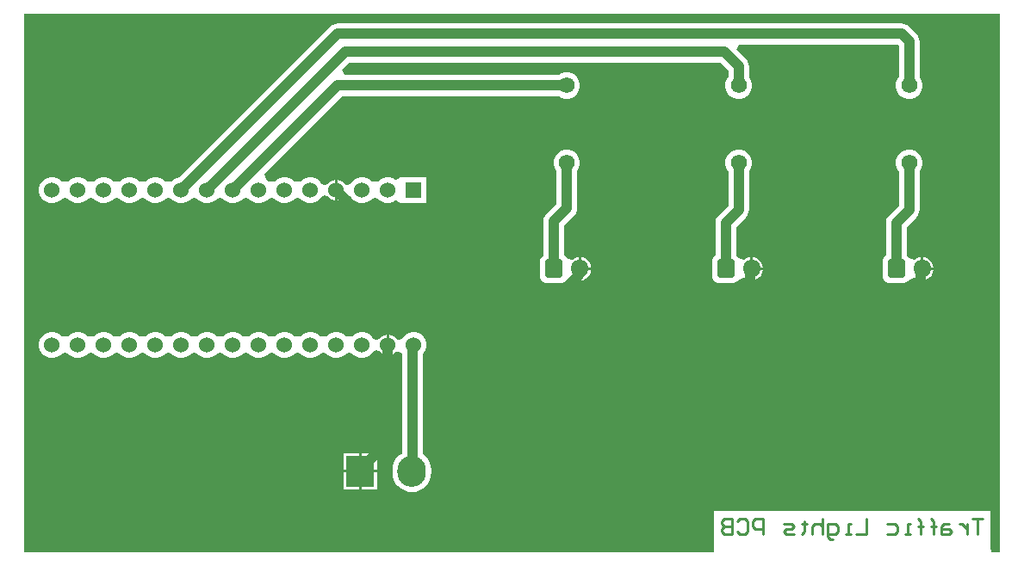
<source format=gbl>
G04*
G04 #@! TF.GenerationSoftware,Altium Limited,Altium Designer,25.4.2 (15)*
G04*
G04 Layer_Physical_Order=2*
G04 Layer_Color=16711680*
%FSLAX44Y44*%
%MOMM*%
G71*
G04*
G04 #@! TF.SameCoordinates,C413FF29-5236-423E-A092-4D5EA2C1B9D4*
G04*
G04*
G04 #@! TF.FilePolarity,Positive*
G04*
G01*
G75*
%ADD11C,0.2540*%
%ADD19C,1.5748*%
%ADD20C,1.5240*%
%ADD21R,1.5240X1.5240*%
%ADD22R,2.7940X3.0480*%
%ADD23O,2.7940X3.0480*%
G04:AMPARAMS|DCode=24|XSize=1.7mm|YSize=1.8mm|CornerRadius=0.2125mm|HoleSize=0mm|Usage=FLASHONLY|Rotation=0.000|XOffset=0mm|YOffset=0mm|HoleType=Round|Shape=RoundedRectangle|*
%AMROUNDEDRECTD24*
21,1,1.7000,1.3750,0,0,0.0*
21,1,1.2750,1.8000,0,0,0.0*
1,1,0.4250,0.6375,-0.6875*
1,1,0.4250,-0.6375,-0.6875*
1,1,0.4250,-0.6375,0.6875*
1,1,0.4250,0.6375,0.6875*
%
%ADD24ROUNDEDRECTD24*%
%ADD25O,1.7000X1.8000*%
%ADD26C,1.0160*%
G36*
X1302896Y478914D02*
X1294430D01*
X1294130Y483870D01*
X1294130Y483994D01*
Y519423D01*
X1022433D01*
Y483994D01*
X1022433Y483870D01*
X1022133Y478914D01*
X344294D01*
Y1009526D01*
X1302896D01*
Y478914D01*
D02*
G37*
%LPC*%
G36*
X1206898Y999578D02*
X1206898Y999578D01*
X652145D01*
X649493Y999229D01*
X647021Y998205D01*
X644899Y996576D01*
X496638Y848316D01*
X493573Y847495D01*
X490677Y845823D01*
X488814Y843959D01*
X485775Y843686D01*
X482736Y843959D01*
X480873Y845823D01*
X477977Y847495D01*
X474747Y848360D01*
X471403D01*
X468173Y847495D01*
X465277Y845823D01*
X463414Y843959D01*
X460375Y843686D01*
X457336Y843959D01*
X455473Y845823D01*
X452577Y847495D01*
X449347Y848360D01*
X446003D01*
X442773Y847495D01*
X439877Y845823D01*
X438014Y843959D01*
X434975Y843686D01*
X431936Y843959D01*
X430073Y845823D01*
X427177Y847495D01*
X423947Y848360D01*
X420603D01*
X417373Y847495D01*
X414477Y845823D01*
X412614Y843959D01*
X409575Y843686D01*
X406536Y843959D01*
X404673Y845823D01*
X401777Y847495D01*
X398547Y848360D01*
X395203D01*
X391973Y847495D01*
X389077Y845823D01*
X387214Y843959D01*
X384175Y843686D01*
X381136Y843959D01*
X379273Y845823D01*
X376377Y847495D01*
X373147Y848360D01*
X369803D01*
X366573Y847495D01*
X363677Y845823D01*
X361312Y843458D01*
X359641Y840562D01*
X358775Y837332D01*
Y833988D01*
X359641Y830758D01*
X361312Y827862D01*
X363677Y825498D01*
X366573Y823826D01*
X369803Y822960D01*
X373147D01*
X376377Y823826D01*
X379273Y825498D01*
X381136Y827361D01*
X384175Y827634D01*
X387214Y827361D01*
X389077Y825498D01*
X391973Y823826D01*
X395203Y822960D01*
X398547D01*
X401777Y823826D01*
X404673Y825498D01*
X406536Y827361D01*
X409575Y827634D01*
X412614Y827361D01*
X414477Y825498D01*
X417373Y823826D01*
X420603Y822960D01*
X423947D01*
X427177Y823826D01*
X430073Y825498D01*
X431936Y827361D01*
X434975Y827634D01*
X438014Y827361D01*
X439877Y825498D01*
X442773Y823826D01*
X446003Y822960D01*
X449347D01*
X452577Y823826D01*
X455473Y825498D01*
X457336Y827361D01*
X460375Y827634D01*
X463414Y827361D01*
X465277Y825498D01*
X468173Y823826D01*
X471403Y822960D01*
X474747D01*
X477977Y823826D01*
X480873Y825498D01*
X482736Y827361D01*
X485775Y827634D01*
X488814Y827361D01*
X490677Y825498D01*
X493573Y823826D01*
X496803Y822960D01*
X500147D01*
X503377Y823826D01*
X506273Y825498D01*
X508136Y827361D01*
X511175Y827634D01*
X514214Y827361D01*
X516077Y825498D01*
X518973Y823826D01*
X522203Y822960D01*
X525547D01*
X528777Y823826D01*
X531673Y825498D01*
X533536Y827361D01*
X536575Y827634D01*
X539614Y827361D01*
X541477Y825498D01*
X544373Y823826D01*
X547603Y822960D01*
X550947D01*
X554177Y823826D01*
X557073Y825498D01*
X558936Y827361D01*
X561975Y827634D01*
X565014Y827361D01*
X566877Y825498D01*
X569773Y823826D01*
X573003Y822960D01*
X576347D01*
X579577Y823826D01*
X582473Y825498D01*
X584336Y827361D01*
X587375Y827634D01*
X590414Y827361D01*
X592277Y825498D01*
X595173Y823826D01*
X598403Y822960D01*
X601747D01*
X604977Y823826D01*
X607873Y825498D01*
X609736Y827361D01*
X612775Y827634D01*
X615814Y827361D01*
X617677Y825498D01*
X620573Y823826D01*
X623803Y822960D01*
X627147D01*
X630377Y823826D01*
X633273Y825498D01*
X635638Y827862D01*
X636852Y829966D01*
X637120Y830070D01*
X639879Y830401D01*
X642380Y830054D01*
X642745Y829422D01*
X644637Y827530D01*
X646953Y826192D01*
X649537Y825500D01*
X649605D01*
Y835660D01*
Y845820D01*
X649537D01*
X646953Y845128D01*
X644637Y843790D01*
X642745Y841898D01*
X642380Y841266D01*
X639879Y840919D01*
X637120Y841250D01*
X636852Y841355D01*
X635638Y843458D01*
X633273Y845823D01*
X630377Y847495D01*
X627147Y848360D01*
X623803D01*
X620573Y847495D01*
X617677Y845823D01*
X615814Y843959D01*
X612775Y843686D01*
X609736Y843959D01*
X607873Y845823D01*
X604977Y847495D01*
X601747Y848360D01*
X598403D01*
X595173Y847495D01*
X592277Y845823D01*
X590414Y843959D01*
X587375Y843686D01*
X584336Y843959D01*
X582473Y845823D01*
X581612Y846320D01*
X580247Y852140D01*
X656390Y928282D01*
X869498D01*
X869616Y928164D01*
X872570Y926459D01*
X875865Y925576D01*
X879275D01*
X882570Y926459D01*
X885524Y928164D01*
X887936Y930576D01*
X889641Y933530D01*
X890524Y936825D01*
Y940235D01*
X889641Y943530D01*
X887936Y946484D01*
X885524Y948896D01*
X882570Y950601D01*
X879275Y951484D01*
X875865D01*
X872570Y950601D01*
X869616Y948896D01*
X869498Y948778D01*
X658669D01*
X656565Y953858D01*
X664010Y961302D01*
X1028265D01*
X1036232Y953335D01*
Y946602D01*
X1036114Y946484D01*
X1034409Y943530D01*
X1033526Y940235D01*
Y936825D01*
X1034409Y933530D01*
X1036114Y930576D01*
X1038526Y928164D01*
X1041480Y926459D01*
X1044775Y925576D01*
X1048185D01*
X1051480Y926459D01*
X1054434Y928164D01*
X1056846Y930576D01*
X1058551Y933530D01*
X1059434Y936825D01*
Y940235D01*
X1058551Y943530D01*
X1056846Y946484D01*
X1056728Y946602D01*
Y957580D01*
X1056378Y960232D01*
X1055355Y962704D01*
X1053726Y964826D01*
X1053726Y964826D01*
X1044550Y974002D01*
X1046654Y979082D01*
X1202654D01*
X1203872Y977864D01*
Y946602D01*
X1203754Y946484D01*
X1202049Y943530D01*
X1201166Y940235D01*
Y936825D01*
X1202049Y933530D01*
X1203754Y930576D01*
X1206166Y928164D01*
X1209120Y926459D01*
X1212415Y925576D01*
X1215825D01*
X1219120Y926459D01*
X1222074Y928164D01*
X1224486Y930576D01*
X1226191Y933530D01*
X1227074Y936825D01*
Y940235D01*
X1226191Y943530D01*
X1224486Y946484D01*
X1224368Y946602D01*
Y982108D01*
X1224018Y984761D01*
X1222995Y987232D01*
X1221366Y989355D01*
X1214145Y996576D01*
X1212022Y998205D01*
X1209551Y999229D01*
X1206898Y999578D01*
D02*
G37*
G36*
X739775Y848360D02*
X714375D01*
Y848105D01*
X710117Y846123D01*
X709295Y845925D01*
X706577Y847495D01*
X703347Y848360D01*
X700003D01*
X696773Y847495D01*
X693877Y845823D01*
X692014Y843959D01*
X688975Y843686D01*
X685936Y843959D01*
X684073Y845823D01*
X681177Y847495D01*
X677947Y848360D01*
X674603D01*
X671373Y847495D01*
X668477Y845823D01*
X666113Y843458D01*
X664898Y841355D01*
X664630Y841250D01*
X661871Y840919D01*
X659370Y841266D01*
X659005Y841898D01*
X657113Y843790D01*
X654797Y845128D01*
X652213Y845820D01*
X652145D01*
Y835660D01*
Y825500D01*
X652213D01*
X654797Y826192D01*
X657113Y827530D01*
X659005Y829422D01*
X659370Y830054D01*
X661871Y830401D01*
X664630Y830070D01*
X664898Y829966D01*
X666113Y827862D01*
X668477Y825498D01*
X671373Y823826D01*
X674603Y822960D01*
X677947D01*
X681177Y823826D01*
X684073Y825498D01*
X685936Y827361D01*
X688975Y827634D01*
X692014Y827361D01*
X693877Y825498D01*
X696773Y823826D01*
X700003Y822960D01*
X703347D01*
X706577Y823826D01*
X709295Y825395D01*
X710117Y825198D01*
X714375Y823215D01*
Y822960D01*
X739775D01*
Y848360D01*
D02*
G37*
G36*
X1228090Y769658D02*
Y759460D01*
X1237854D01*
X1237576Y761572D01*
X1236463Y764258D01*
X1234694Y766564D01*
X1232388Y768333D01*
X1229702Y769446D01*
X1228090Y769658D01*
D02*
G37*
G36*
X1060450D02*
Y759460D01*
X1070214D01*
X1069936Y761572D01*
X1068823Y764258D01*
X1067054Y766564D01*
X1064748Y768333D01*
X1062062Y769446D01*
X1060450Y769658D01*
D02*
G37*
G36*
X891540D02*
Y759460D01*
X901304D01*
X901026Y761572D01*
X899913Y764258D01*
X898144Y766564D01*
X895838Y768333D01*
X893152Y769446D01*
X891540Y769658D01*
D02*
G37*
G36*
X1237854Y756920D02*
X1228090D01*
Y746722D01*
X1229702Y746934D01*
X1232388Y748047D01*
X1234694Y749816D01*
X1236463Y752122D01*
X1237576Y754808D01*
X1237854Y756920D01*
D02*
G37*
G36*
X1215825Y875284D02*
X1212415D01*
X1209120Y874401D01*
X1206166Y872696D01*
X1203754Y870284D01*
X1202049Y867330D01*
X1201166Y864035D01*
Y860625D01*
X1202049Y857330D01*
X1203754Y854376D01*
X1203872Y854258D01*
Y820349D01*
X1194174Y810650D01*
X1192545Y808528D01*
X1191522Y806056D01*
X1191172Y803404D01*
X1191172Y803404D01*
Y771175D01*
X1189906Y770204D01*
X1188751Y768699D01*
X1188026Y766946D01*
X1187778Y765065D01*
Y751315D01*
X1188026Y749434D01*
X1188751Y747681D01*
X1189906Y746176D01*
X1191411Y745021D01*
X1193164Y744296D01*
X1195045Y744048D01*
X1207795D01*
X1209676Y744296D01*
X1211429Y745021D01*
X1212934Y746176D01*
X1214089Y747681D01*
X1214121Y747760D01*
X1216545Y748793D01*
X1218502Y749184D01*
X1219893Y749090D01*
X1221252Y748047D01*
X1223938Y746934D01*
X1225550Y746722D01*
Y758190D01*
Y769658D01*
X1223938Y769446D01*
X1221252Y768333D01*
X1219893Y767290D01*
X1218502Y767196D01*
X1216545Y767587D01*
X1214121Y768620D01*
X1214089Y768699D01*
X1212934Y770204D01*
X1211668Y771175D01*
Y799159D01*
X1221366Y808858D01*
X1221366Y808858D01*
X1222995Y810980D01*
X1224018Y813452D01*
X1224368Y816104D01*
X1224368Y816104D01*
Y854258D01*
X1224486Y854376D01*
X1226191Y857330D01*
X1227074Y860625D01*
Y864035D01*
X1226191Y867330D01*
X1224486Y870284D01*
X1222074Y872696D01*
X1219120Y874401D01*
X1215825Y875284D01*
D02*
G37*
G36*
X1070214Y756920D02*
X1060450D01*
Y746722D01*
X1062062Y746934D01*
X1064748Y748047D01*
X1067054Y749816D01*
X1068823Y752122D01*
X1069936Y754808D01*
X1070214Y756920D01*
D02*
G37*
G36*
X1048185Y875284D02*
X1044775D01*
X1041480Y874401D01*
X1038526Y872696D01*
X1036114Y870284D01*
X1034409Y867330D01*
X1033526Y864035D01*
Y860625D01*
X1034409Y857330D01*
X1036114Y854376D01*
X1036232Y854258D01*
Y820349D01*
X1026534Y810650D01*
X1024905Y808528D01*
X1023882Y806056D01*
X1023532Y803404D01*
X1023532Y803404D01*
Y771175D01*
X1022266Y770204D01*
X1021111Y768699D01*
X1020386Y766946D01*
X1020138Y765065D01*
Y751315D01*
X1020386Y749434D01*
X1021111Y747681D01*
X1022266Y746176D01*
X1023771Y745021D01*
X1025524Y744296D01*
X1027405Y744048D01*
X1040155D01*
X1042036Y744296D01*
X1043789Y745021D01*
X1045294Y746176D01*
X1046449Y747681D01*
X1046481Y747760D01*
X1048905Y748793D01*
X1050862Y749184D01*
X1052253Y749090D01*
X1053612Y748047D01*
X1056298Y746934D01*
X1057910Y746722D01*
Y758190D01*
Y769658D01*
X1056298Y769446D01*
X1053612Y768333D01*
X1052253Y767290D01*
X1050862Y767196D01*
X1048905Y767587D01*
X1046481Y768620D01*
X1046449Y768699D01*
X1045294Y770204D01*
X1044028Y771175D01*
Y799159D01*
X1053726Y808858D01*
X1053726Y808858D01*
X1055355Y810980D01*
X1056378Y813452D01*
X1056728Y816104D01*
X1056728Y816104D01*
Y854258D01*
X1056846Y854376D01*
X1058551Y857330D01*
X1059434Y860625D01*
Y864035D01*
X1058551Y867330D01*
X1056846Y870284D01*
X1054434Y872696D01*
X1051480Y874401D01*
X1048185Y875284D01*
D02*
G37*
G36*
X901304Y756920D02*
X891540D01*
Y746722D01*
X893152Y746934D01*
X895838Y748047D01*
X898144Y749816D01*
X899913Y752122D01*
X901026Y754808D01*
X901304Y756920D01*
D02*
G37*
G36*
X879275Y875284D02*
X875865D01*
X872570Y874401D01*
X869616Y872696D01*
X867204Y870284D01*
X865499Y867330D01*
X864616Y864035D01*
Y860625D01*
X865499Y857330D01*
X867204Y854376D01*
X867322Y854258D01*
Y822059D01*
X857624Y812360D01*
X855995Y810238D01*
X854971Y807766D01*
X854622Y805114D01*
X854622Y805114D01*
Y771175D01*
X853356Y770204D01*
X852201Y768699D01*
X851476Y766946D01*
X851228Y765065D01*
Y751315D01*
X851476Y749434D01*
X852201Y747681D01*
X853356Y746176D01*
X854861Y745021D01*
X856614Y744296D01*
X858495Y744048D01*
X871245D01*
X873126Y744296D01*
X874879Y745021D01*
X876384Y746176D01*
X877539Y747681D01*
X877571Y747760D01*
X879995Y748793D01*
X881952Y749184D01*
X883343Y749090D01*
X884702Y748047D01*
X887388Y746934D01*
X889000Y746722D01*
Y758190D01*
Y769658D01*
X887388Y769446D01*
X884702Y768333D01*
X883343Y767290D01*
X881952Y767196D01*
X879995Y767587D01*
X877571Y768620D01*
X877539Y768699D01*
X876384Y770204D01*
X875118Y771175D01*
Y800869D01*
X884816Y810568D01*
X884816Y810568D01*
X886445Y812690D01*
X887468Y815162D01*
X887818Y817814D01*
X887818Y817814D01*
Y854258D01*
X887936Y854376D01*
X889641Y857330D01*
X890524Y860625D01*
Y864035D01*
X889641Y867330D01*
X887936Y870284D01*
X885524Y872696D01*
X882570Y874401D01*
X879275Y875284D01*
D02*
G37*
G36*
X677947Y695960D02*
X674603D01*
X671373Y695095D01*
X668477Y693422D01*
X666614Y691559D01*
X663575Y691286D01*
X660536Y691559D01*
X658673Y693422D01*
X655777Y695095D01*
X652547Y695960D01*
X649203D01*
X645973Y695095D01*
X643077Y693422D01*
X641214Y691559D01*
X638175Y691286D01*
X635136Y691559D01*
X633273Y693422D01*
X630377Y695095D01*
X627147Y695960D01*
X623803D01*
X620573Y695095D01*
X617677Y693422D01*
X615814Y691559D01*
X612775Y691286D01*
X609736Y691559D01*
X607873Y693422D01*
X604977Y695095D01*
X601747Y695960D01*
X598403D01*
X595173Y695095D01*
X592277Y693422D01*
X590414Y691559D01*
X587375Y691286D01*
X584336Y691559D01*
X582473Y693422D01*
X579577Y695095D01*
X576347Y695960D01*
X573003D01*
X569773Y695095D01*
X566877Y693422D01*
X565014Y691559D01*
X561975Y691286D01*
X558936Y691559D01*
X557073Y693422D01*
X554177Y695095D01*
X550947Y695960D01*
X547603D01*
X544373Y695095D01*
X541477Y693422D01*
X539614Y691559D01*
X536575Y691286D01*
X533536Y691559D01*
X531673Y693422D01*
X528777Y695095D01*
X525547Y695960D01*
X522203D01*
X518973Y695095D01*
X516077Y693422D01*
X514214Y691559D01*
X511175Y691286D01*
X508136Y691559D01*
X506273Y693422D01*
X503377Y695095D01*
X500147Y695960D01*
X496803D01*
X493573Y695095D01*
X490677Y693422D01*
X488814Y691559D01*
X485775Y691286D01*
X482736Y691559D01*
X480873Y693422D01*
X477977Y695095D01*
X474747Y695960D01*
X471403D01*
X468173Y695095D01*
X465277Y693422D01*
X463414Y691559D01*
X460375Y691286D01*
X457336Y691559D01*
X455473Y693422D01*
X452577Y695095D01*
X449347Y695960D01*
X446003D01*
X442773Y695095D01*
X439877Y693422D01*
X438014Y691559D01*
X434975Y691286D01*
X431936Y691559D01*
X430073Y693422D01*
X427177Y695095D01*
X423947Y695960D01*
X420603D01*
X417373Y695095D01*
X414477Y693422D01*
X412614Y691559D01*
X409575Y691286D01*
X406536Y691559D01*
X404673Y693422D01*
X401777Y695095D01*
X398547Y695960D01*
X395203D01*
X391973Y695095D01*
X389077Y693422D01*
X387214Y691559D01*
X384175Y691286D01*
X381136Y691559D01*
X379273Y693422D01*
X376377Y695095D01*
X373147Y695960D01*
X369803D01*
X366573Y695095D01*
X363677Y693422D01*
X361312Y691058D01*
X359641Y688162D01*
X358775Y684932D01*
Y681588D01*
X359641Y678358D01*
X361312Y675462D01*
X363677Y673098D01*
X366573Y671425D01*
X369803Y670560D01*
X373147D01*
X376377Y671425D01*
X379273Y673098D01*
X381136Y674961D01*
X384175Y675234D01*
X387214Y674961D01*
X389077Y673098D01*
X391973Y671425D01*
X395203Y670560D01*
X398547D01*
X401777Y671425D01*
X404673Y673098D01*
X406536Y674961D01*
X409575Y675234D01*
X412614Y674961D01*
X414477Y673098D01*
X417373Y671425D01*
X420603Y670560D01*
X423947D01*
X427177Y671425D01*
X430073Y673098D01*
X431936Y674961D01*
X434975Y675234D01*
X438014Y674961D01*
X439877Y673098D01*
X442773Y671425D01*
X446003Y670560D01*
X449347D01*
X452577Y671425D01*
X455473Y673098D01*
X457336Y674961D01*
X460375Y675234D01*
X463414Y674961D01*
X465277Y673098D01*
X468173Y671425D01*
X471403Y670560D01*
X474747D01*
X477977Y671425D01*
X480873Y673098D01*
X482736Y674961D01*
X485775Y675234D01*
X488814Y674961D01*
X490677Y673098D01*
X493573Y671425D01*
X496803Y670560D01*
X500147D01*
X503377Y671425D01*
X506273Y673098D01*
X508136Y674961D01*
X511175Y675234D01*
X514214Y674961D01*
X516077Y673098D01*
X518973Y671425D01*
X522203Y670560D01*
X525547D01*
X528777Y671425D01*
X531673Y673098D01*
X533536Y674961D01*
X536575Y675234D01*
X539614Y674961D01*
X541477Y673098D01*
X544373Y671425D01*
X547603Y670560D01*
X550947D01*
X554177Y671425D01*
X557073Y673098D01*
X558936Y674961D01*
X561975Y675234D01*
X565014Y674961D01*
X566877Y673098D01*
X569773Y671425D01*
X573003Y670560D01*
X576347D01*
X579577Y671425D01*
X582473Y673098D01*
X584336Y674961D01*
X587375Y675234D01*
X590414Y674961D01*
X592277Y673098D01*
X595173Y671425D01*
X598403Y670560D01*
X601747D01*
X604977Y671425D01*
X607873Y673098D01*
X609736Y674961D01*
X612775Y675234D01*
X615814Y674961D01*
X617677Y673098D01*
X620573Y671425D01*
X623803Y670560D01*
X627147D01*
X630377Y671425D01*
X633273Y673098D01*
X635136Y674961D01*
X638175Y675234D01*
X641214Y674961D01*
X643077Y673098D01*
X645973Y671425D01*
X649203Y670560D01*
X652547D01*
X655777Y671425D01*
X658673Y673098D01*
X660536Y674961D01*
X663575Y675234D01*
X666614Y674961D01*
X668477Y673098D01*
X671373Y671425D01*
X674603Y670560D01*
X677947D01*
X681177Y671425D01*
X684073Y673098D01*
X686438Y675462D01*
X687652Y677566D01*
X687920Y677670D01*
X690679Y678001D01*
X693180Y677654D01*
X693545Y677022D01*
X695437Y675130D01*
X697753Y673792D01*
X700337Y673100D01*
X700405D01*
Y683260D01*
Y693420D01*
X700337D01*
X697753Y692728D01*
X695437Y691390D01*
X693545Y689498D01*
X693180Y688866D01*
X690679Y688519D01*
X687920Y688850D01*
X687652Y688954D01*
X686438Y691058D01*
X684073Y693422D01*
X681177Y695095D01*
X677947Y695960D01*
D02*
G37*
G36*
X728747D02*
X725403D01*
X722173Y695095D01*
X719277Y693422D01*
X716913Y691058D01*
X715698Y688954D01*
X715430Y688850D01*
X712671Y688519D01*
X710170Y688866D01*
X709805Y689498D01*
X707913Y691390D01*
X705597Y692728D01*
X703013Y693420D01*
X702945D01*
Y683260D01*
Y673100D01*
X703013D01*
X705597Y673792D01*
X707913Y675130D01*
X709805Y677022D01*
X714596Y675314D01*
X715875Y674439D01*
Y576702D01*
X714535Y575986D01*
X711634Y573606D01*
X709254Y570705D01*
X707485Y567395D01*
X706396Y563805D01*
X706028Y560070D01*
Y557530D01*
X706396Y553796D01*
X707485Y550205D01*
X709254Y546895D01*
X711634Y543994D01*
X714535Y541614D01*
X717845Y539845D01*
X721435Y538756D01*
X725170Y538388D01*
X728904Y538756D01*
X732495Y539845D01*
X735805Y541614D01*
X738706Y543994D01*
X741086Y546895D01*
X742855Y550205D01*
X743944Y553796D01*
X744312Y557530D01*
Y560070D01*
X743944Y563805D01*
X742855Y567395D01*
X741086Y570705D01*
X738706Y573606D01*
X736370Y575522D01*
Y674595D01*
X737237Y675462D01*
X738910Y678358D01*
X739775Y681588D01*
Y684932D01*
X738910Y688162D01*
X737237Y691058D01*
X734873Y693422D01*
X731977Y695095D01*
X728747Y695960D01*
D02*
G37*
G36*
X690880Y576580D02*
X675640D01*
Y560070D01*
X690880D01*
Y576580D01*
D02*
G37*
G36*
X673100D02*
X657860D01*
Y560070D01*
X673100D01*
Y576580D01*
D02*
G37*
G36*
X690880Y557530D02*
X675640D01*
Y541020D01*
X690880D01*
Y557530D01*
D02*
G37*
G36*
X673100D02*
X657860D01*
Y541020D01*
X673100D01*
Y557530D01*
D02*
G37*
%LPD*%
D11*
X1286510Y511803D02*
X1276353D01*
X1281432D01*
Y496568D01*
X1271275Y506725D02*
Y496568D01*
Y501647D01*
X1268736Y504186D01*
X1266197Y506725D01*
X1263657D01*
X1253501D02*
X1248422D01*
X1245883Y504186D01*
Y496568D01*
X1253501D01*
X1256040Y499108D01*
X1253501Y501647D01*
X1245883D01*
X1238266Y496568D02*
Y509264D01*
Y504186D01*
X1240805D01*
X1235726D01*
X1238266D01*
Y509264D01*
X1235726Y511803D01*
X1225570Y496568D02*
Y509264D01*
Y504186D01*
X1228109D01*
X1223030D01*
X1225570D01*
Y509264D01*
X1223030Y511803D01*
X1215413Y496568D02*
X1210335D01*
X1212874D01*
Y506725D01*
X1215413D01*
X1192560D02*
X1200178D01*
X1202717Y504186D01*
Y499108D01*
X1200178Y496568D01*
X1192560D01*
X1172247Y511803D02*
Y496568D01*
X1162090D01*
X1157012D02*
X1151934D01*
X1154473D01*
Y506725D01*
X1157012D01*
X1139238Y491490D02*
X1136699D01*
X1134159Y494029D01*
Y506725D01*
X1141777D01*
X1144316Y504186D01*
Y499108D01*
X1141777Y496568D01*
X1134159D01*
X1129081Y511803D02*
Y496568D01*
Y504186D01*
X1126542Y506725D01*
X1121463D01*
X1118924Y504186D01*
Y496568D01*
X1111307Y509264D02*
Y506725D01*
X1113846D01*
X1108767D01*
X1111307D01*
Y499108D01*
X1108767Y496568D01*
X1101150D02*
X1093532D01*
X1090993Y499108D01*
X1093532Y501647D01*
X1098611D01*
X1101150Y504186D01*
X1098611Y506725D01*
X1090993D01*
X1070680Y496568D02*
Y511803D01*
X1063062D01*
X1060523Y509264D01*
Y504186D01*
X1063062Y501647D01*
X1070680D01*
X1045288Y509264D02*
X1047827Y511803D01*
X1052906D01*
X1055445Y509264D01*
Y499108D01*
X1052906Y496568D01*
X1047827D01*
X1045288Y499108D01*
X1040210Y511803D02*
Y496568D01*
X1032592D01*
X1030053Y499108D01*
Y501647D01*
X1032592Y504186D01*
X1040210D01*
X1032592D01*
X1030053Y506725D01*
Y509264D01*
X1032592Y511803D01*
X1040210D01*
D19*
X877570Y862330D02*
D03*
Y938530D02*
D03*
X1046480Y862330D02*
D03*
Y938530D02*
D03*
X1214120Y862330D02*
D03*
Y938530D02*
D03*
D20*
X422275Y835660D02*
D03*
X447675D02*
D03*
X473075D02*
D03*
X498475D02*
D03*
X523875D02*
D03*
X549275D02*
D03*
X574675D02*
D03*
X600075D02*
D03*
X625475D02*
D03*
X650875D02*
D03*
X676275D02*
D03*
X701675D02*
D03*
X727075Y683260D02*
D03*
X396875Y835660D02*
D03*
X371475D02*
D03*
X701675Y683260D02*
D03*
X676275D02*
D03*
X650875D02*
D03*
X625475D02*
D03*
X600075D02*
D03*
X574675D02*
D03*
X549275D02*
D03*
X523875D02*
D03*
X498475D02*
D03*
X422275D02*
D03*
X473075D02*
D03*
X447675D02*
D03*
X396875D02*
D03*
X371475D02*
D03*
D21*
X727075Y835660D02*
D03*
D22*
X674370Y558800D02*
D03*
D23*
X725170D02*
D03*
D24*
X1033780Y758190D02*
D03*
X1201420D02*
D03*
X864870D02*
D03*
D25*
X1059180D02*
D03*
X1226820D02*
D03*
X890270D02*
D03*
D26*
X674370Y558800D02*
Y560070D01*
X701675Y587375D01*
Y683260D01*
X725170Y558800D02*
X726123Y559753D01*
Y682308D01*
X727075Y683260D01*
X1201420Y758190D02*
Y803404D01*
X1214120Y816104D01*
Y862330D01*
X1033780Y758190D02*
Y803404D01*
X1046480Y816104D01*
Y862330D01*
X864870Y758190D02*
Y805114D01*
X877570Y817814D01*
Y862330D01*
X1225511Y756881D02*
X1226820Y758190D01*
X1225511Y743673D02*
Y756881D01*
X1220868Y739030D02*
X1225511Y743673D01*
X1052720Y739030D02*
X1220868D01*
X1057871Y756881D02*
X1059180Y758190D01*
X1057871Y744181D02*
Y756881D01*
X1052720Y739030D02*
X1057871Y744181D01*
X876334Y739030D02*
X1052720D01*
X888961Y756881D02*
X890270Y758190D01*
X888961Y751658D02*
Y756881D01*
X876334Y739030D02*
X888961Y751658D01*
X747505Y739030D02*
X876334D01*
X650875Y835660D02*
X747505Y739030D01*
X1214120Y938530D02*
Y982108D01*
X1206898Y989330D02*
X1214120Y982108D01*
X652145Y989330D02*
X1206898D01*
X498475Y835660D02*
X652145Y989330D01*
X523875Y835660D02*
X659765Y971550D01*
X1032510D02*
X1046480Y957580D01*
X659765Y971550D02*
X1032510D01*
X1046480Y938530D02*
Y957580D01*
X549275Y835660D02*
X652145Y938530D01*
X877570D01*
X700703Y682288D02*
X701675Y683260D01*
X674370Y558800D02*
X681653Y566083D01*
X725170Y558800D02*
Y564881D01*
M02*

</source>
